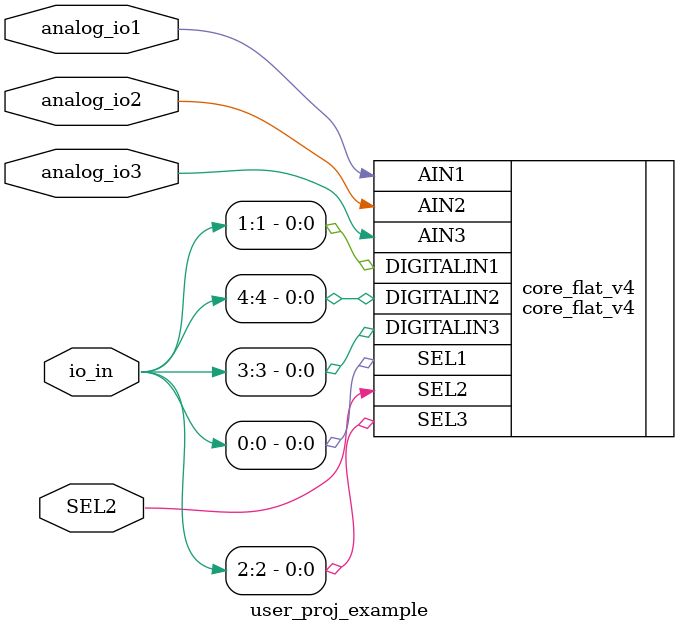
<source format=v>
/* Generated by Yosys 0.30+48 (git sha1 14d50a176d5, gcc 8.3.1 -fPIC -Os) */

module user_proj_example(io_in, SEL2, analog_io1, analog_io2, analog_io3);
  inout SEL2;
  wire SEL2;
  inout analog_io1;
  wire analog_io1;
  inout analog_io2;
  wire analog_io2;
  inout analog_io3;
  wire analog_io3;
  input [4:0] io_in;
  wire [4:0] io_in;
  core_flat_v4 core_flat_v4 (
    .AIN1(analog_io1),
    .AIN2(analog_io2),
    .AIN3(analog_io3),
    .DIGITALIN1(io_in[1]),
    .DIGITALIN2(io_in[4]),
    .DIGITALIN3(io_in[3]),
    .SEL1(io_in[0]),
    .SEL2(SEL2),
    .SEL3(io_in[2])
  );
endmodule

</source>
